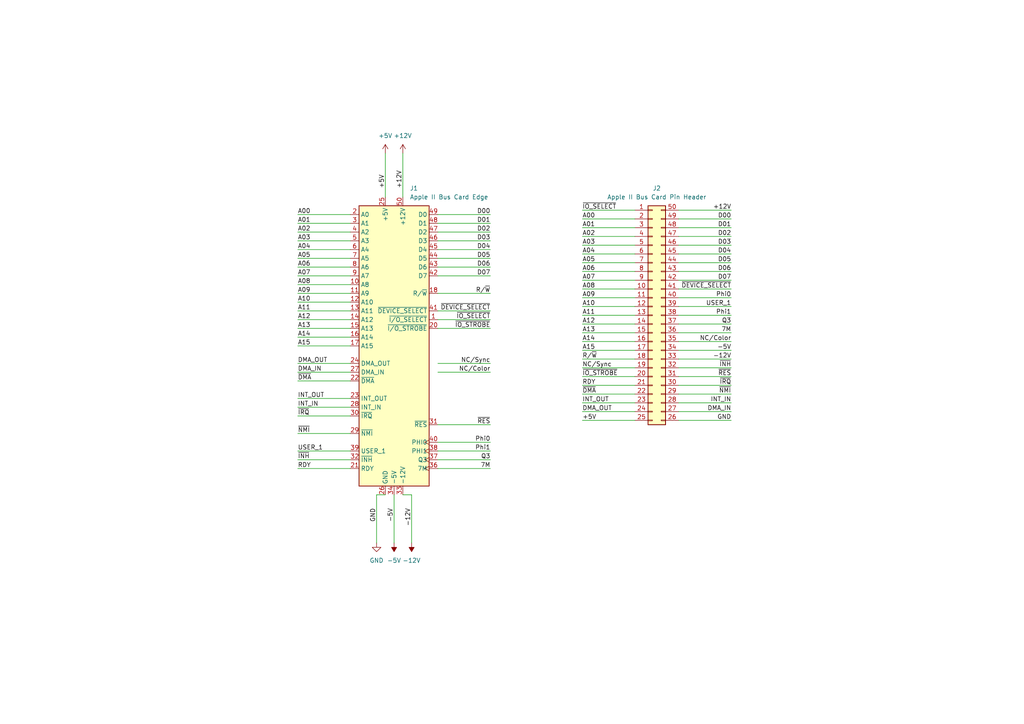
<source format=kicad_sch>
(kicad_sch (version 20211123) (generator eeschema)
  (paper "A4")
  (lib_symbols
    (symbol "Apple2:Bus_Apple_II_Card_Side"
      (property "Reference" "J" (at 7.62 41.91 0))
      (property "Value" "Bus_Apple_II_Card_Side" (at 15.24 -41.91 0))
      (symbol "Bus_Apple_II_Card_Side_0_1"
        (rectangle (start -10.16 40.64) (end 10.16 -40.64) (stroke (width 0.254)) (fill (type background)))
      )
      (symbol "Bus_Apple_II_Card_Side_1_1"
        (pin output line (at 12.7 7.62 180) (length 2.54) (name "~{I/O_SELECT}") (number "1"))
        (pin bidirectional line (at -12.7 17.78 0) (length 2.54) (name "A8") (number "10"))
        (pin bidirectional line (at -12.7 15.24 0) (length 2.54) (name "A9") (number "11"))
        (pin bidirectional line (at -12.7 12.7 0) (length 2.54) (name "A10") (number "12"))
        (pin bidirectional line (at -12.7 10.16 0) (length 2.54) (name "A11") (number "13"))
        (pin bidirectional line (at -12.7 7.62 0) (length 2.54) (name "A12") (number "14"))
        (pin bidirectional line (at -12.7 5.08 0) (length 2.54) (name "A13") (number "15"))
        (pin bidirectional line (at -12.7 2.54 0) (length 2.54) (name "A14") (number "16"))
        (pin bidirectional line (at -12.7 0 0) (length 2.54) (name "A15") (number "17"))
        (pin bidirectional line (at 12.7 15.24 180) (length 2.54) (name "R/~{W}") (number "18"))
        (pin passive line (at 12.7 -5.08 180) (length 2.54) hide (name "NC/Sync") (number "19"))
        (pin bidirectional line (at -12.7 38.1 0) (length 2.54) (name "A0") (number "2"))
        (pin output line (at 12.7 5.08 180) (length 2.54) (name "~{I/O_STROBE}") (number "20"))
        (pin input line (at -12.7 -35.56 0) (length 2.54) (name "RDY") (number "21"))
        (pin input line (at -12.7 -10.16 0) (length 2.54) (name "~{DMA}") (number "22"))
        (pin input line (at -12.7 -15.24 0) (length 2.54) (name "INT_OUT") (number "23"))
        (pin input line (at -12.7 -5.08 0) (length 2.54) (name "DMA_OUT") (number "24"))
        (pin power_out line (at -2.54 43.18 270) (length 2.54) (name "+5V") (number "25"))
        (pin power_in line (at -2.54 -43.18 90) (length 2.54) (name "GND") (number "26"))
        (pin output line (at -12.7 -7.62 0) (length 2.54) (name "DMA_IN") (number "27"))
        (pin output line (at -12.7 -17.78 0) (length 2.54) (name "INT_IN") (number "28"))
        (pin input line (at -12.7 -25.4 0) (length 2.54) (name "~{NMI}") (number "29"))
        (pin bidirectional line (at -12.7 35.56 0) (length 2.54) (name "A1") (number "3"))
        (pin input line (at -12.7 -20.32 0) (length 2.54) (name "~{IRQ}") (number "30"))
        (pin bidirectional line (at 12.7 -22.86 180) (length 2.54) (name "~{RES}") (number "31"))
        (pin input line (at -12.7 -33.02 0) (length 2.54) (name "~{INH}") (number "32"))
        (pin power_out line (at 2.54 -43.18 90) (length 2.54) (name "-12V") (number "33"))
        (pin power_out line (at 0 -43.18 90) (length 2.54) (name "-5V") (number "34"))
        (pin passive line (at 12.7 -7.62 180) (length 2.54) hide (name "NC/Color") (number "35"))
        (pin output clock (at 12.7 -35.56 180) (length 2.54) (name "7M") (number "36"))
        (pin output clock (at 12.7 -33.02 180) (length 2.54) (name "Q3") (number "37"))
        (pin output clock (at 12.7 -30.48 180) (length 2.54) (name "PHI1") (number "38"))
        (pin input line (at -12.7 -30.48 0) (length 2.54) (name "USER_1") (number "39"))
        (pin bidirectional line (at -12.7 33.02 0) (length 2.54) (name "A2") (number "4"))
        (pin output clock (at 12.7 -27.94 180) (length 2.54) (name "PHI0") (number "40"))
        (pin output line (at 12.7 10.16 180) (length 2.54) (name "~{DEVICE_SELECT}") (number "41"))
        (pin bidirectional line (at 12.7 20.32 180) (length 2.54) (name "D7") (number "42"))
        (pin bidirectional line (at 12.7 22.86 180) (length 2.54) (name "D6") (number "43"))
        (pin bidirectional line (at 12.7 25.4 180) (length 2.54) (name "D5") (number "44"))
        (pin bidirectional line (at 12.7 27.94 180) (length 2.54) (name "D4") (number "45"))
        (pin bidirectional line (at 12.7 30.48 180) (length 2.54) (name "D3") (number "46"))
        (pin bidirectional line (at 12.7 33.02 180) (length 2.54) (name "D2") (number "47"))
        (pin bidirectional line (at 12.7 35.56 180) (length 2.54) (name "D1") (number "48"))
        (pin bidirectional line (at 12.7 38.1 180) (length 2.54) (name "D0") (number "49"))
        (pin bidirectional line (at -12.7 30.48 0) (length 2.54) (name "A3") (number "5"))
        (pin power_out line (at 2.54 43.18 270) (length 2.54) (name "+12V") (number "50"))
        (pin bidirectional line (at -12.7 27.94 0) (length 2.54) (name "A4") (number "6"))
        (pin bidirectional line (at -12.7 25.4 0) (length 2.54) (name "A5") (number "7"))
        (pin bidirectional line (at -12.7 22.86 0) (length 2.54) (name "A6") (number "8"))
        (pin bidirectional line (at -12.7 20.32 0) (length 2.54) (name "A7") (number "9"))
      )
    )
    (symbol "Connector_Generic:Conn_02x25_Counter_Clockwise" (pin_names (offset 1.016) hide)
      (property "Reference" "J" (at 1.27 33.02 0))
      (property "Value" "Conn_02x25_Counter_Clockwise" (at 1.27 -33.02 0))
      (symbol "Conn_02x25_Counter_Clockwise_1_1"
        (rectangle (start -1.27 -30.353) (end 0 -30.607) (stroke (width 0.1524)))
        (rectangle (start -1.27 -27.813) (end 0 -28.067) (stroke (width 0.1524)))
        (rectangle (start -1.27 -25.273) (end 0 -25.527) (stroke (width 0.1524)))
        (rectangle (start -1.27 -22.733) (end 0 -22.987) (stroke (width 0.1524)))
        (rectangle (start -1.27 -20.193) (end 0 -20.447) (stroke (width 0.1524)))
        (rectangle (start -1.27 -17.653) (end 0 -17.907) (stroke (width 0.1524)))
        (rectangle (start -1.27 -15.113) (end 0 -15.367) (stroke (width 0.1524)))
        (rectangle (start -1.27 -12.573) (end 0 -12.827) (stroke (width 0.1524)))
        (rectangle (start -1.27 -10.033) (end 0 -10.287) (stroke (width 0.1524)))
        (rectangle (start -1.27 -7.493) (end 0 -7.747) (stroke (width 0.1524)))
        (rectangle (start -1.27 -4.953) (end 0 -5.207) (stroke (width 0.1524)))
        (rectangle (start -1.27 -2.413) (end 0 -2.667) (stroke (width 0.1524)))
        (rectangle (start -1.27 0.127) (end 0 -0.127) (stroke (width 0.1524)))
        (rectangle (start -1.27 2.667) (end 0 2.413) (stroke (width 0.1524)))
        (rectangle (start -1.27 5.207) (end 0 4.953) (stroke (width 0.1524)))
        (rectangle (start -1.27 7.747) (end 0 7.493) (stroke (width 0.1524)))
        (rectangle (start -1.27 10.287) (end 0 10.033) (stroke (width 0.1524)))
        (rectangle (start -1.27 12.827) (end 0 12.573) (stroke (width 0.1524)))
        (rectangle (start -1.27 15.367) (end 0 15.113) (stroke (width 0.1524)))
        (rectangle (start -1.27 17.907) (end 0 17.653) (stroke (width 0.1524)))
        (rectangle (start -1.27 20.447) (end 0 20.193) (stroke (width 0.1524)))
        (rectangle (start -1.27 22.987) (end 0 22.733) (stroke (width 0.1524)))
        (rectangle (start -1.27 25.527) (end 0 25.273) (stroke (width 0.1524)))
        (rectangle (start -1.27 28.067) (end 0 27.813) (stroke (width 0.1524)))
        (rectangle (start -1.27 30.607) (end 0 30.353) (stroke (width 0.1524)))
        (rectangle (start -1.27 31.75) (end 3.81 -31.75) (stroke (width 0.254)) (fill (type background)))
        (rectangle (start 3.81 -30.353) (end 2.54 -30.607) (stroke (width 0.1524)))
        (rectangle (start 3.81 -27.813) (end 2.54 -28.067) (stroke (width 0.1524)))
        (rectangle (start 3.81 -25.273) (end 2.54 -25.527) (stroke (width 0.1524)))
        (rectangle (start 3.81 -22.733) (end 2.54 -22.987) (stroke (width 0.1524)))
        (rectangle (start 3.81 -20.193) (end 2.54 -20.447) (stroke (width 0.1524)))
        (rectangle (start 3.81 -17.653) (end 2.54 -17.907) (stroke (width 0.1524)))
        (rectangle (start 3.81 -15.113) (end 2.54 -15.367) (stroke (width 0.1524)))
        (rectangle (start 3.81 -12.573) (end 2.54 -12.827) (stroke (width 0.1524)))
        (rectangle (start 3.81 -10.033) (end 2.54 -10.287) (stroke (width 0.1524)))
        (rectangle (start 3.81 -7.493) (end 2.54 -7.747) (stroke (width 0.1524)))
        (rectangle (start 3.81 -4.953) (end 2.54 -5.207) (stroke (width 0.1524)))
        (rectangle (start 3.81 -2.413) (end 2.54 -2.667) (stroke (width 0.1524)))
        (rectangle (start 3.81 0.127) (end 2.54 -0.127) (stroke (width 0.1524)))
        (rectangle (start 3.81 2.667) (end 2.54 2.413) (stroke (width 0.1524)))
        (rectangle (start 3.81 5.207) (end 2.54 4.953) (stroke (width 0.1524)))
        (rectangle (start 3.81 7.747) (end 2.54 7.493) (stroke (width 0.1524)))
        (rectangle (start 3.81 10.287) (end 2.54 10.033) (stroke (width 0.1524)))
        (rectangle (start 3.81 12.827) (end 2.54 12.573) (stroke (width 0.1524)))
        (rectangle (start 3.81 15.367) (end 2.54 15.113) (stroke (width 0.1524)))
        (rectangle (start 3.81 17.907) (end 2.54 17.653) (stroke (width 0.1524)))
        (rectangle (start 3.81 20.447) (end 2.54 20.193) (stroke (width 0.1524)))
        (rectangle (start 3.81 22.987) (end 2.54 22.733) (stroke (width 0.1524)))
        (rectangle (start 3.81 25.527) (end 2.54 25.273) (stroke (width 0.1524)))
        (rectangle (start 3.81 28.067) (end 2.54 27.813) (stroke (width 0.1524)))
        (rectangle (start 3.81 30.607) (end 2.54 30.353) (stroke (width 0.1524)))
        (pin passive line (at -5.08 30.48 0) (length 3.81) (name "Pin_1") (number "1"))
        (pin passive line (at -5.08 7.62 0) (length 3.81) (name "Pin_10") (number "10"))
        (pin passive line (at -5.08 5.08 0) (length 3.81) (name "Pin_11") (number "11"))
        (pin passive line (at -5.08 2.54 0) (length 3.81) (name "Pin_12") (number "12"))
        (pin passive line (at -5.08 0 0) (length 3.81) (name "Pin_13") (number "13"))
        (pin passive line (at -5.08 -2.54 0) (length 3.81) (name "Pin_14") (number "14"))
        (pin passive line (at -5.08 -5.08 0) (length 3.81) (name "Pin_15") (number "15"))
        (pin passive line (at -5.08 -7.62 0) (length 3.81) (name "Pin_16") (number "16"))
        (pin passive line (at -5.08 -10.16 0) (length 3.81) (name "Pin_17") (number "17"))
        (pin passive line (at -5.08 -12.7 0) (length 3.81) (name "Pin_18") (number "18"))
        (pin passive line (at -5.08 -15.24 0) (length 3.81) (name "Pin_19") (number "19"))
        (pin passive line (at -5.08 27.94 0) (length 3.81) (name "Pin_2") (number "2"))
        (pin passive line (at -5.08 -17.78 0) (length 3.81) (name "Pin_20") (number "20"))
        (pin passive line (at -5.08 -20.32 0) (length 3.81) (name "Pin_21") (number "21"))
        (pin passive line (at -5.08 -22.86 0) (length 3.81) (name "Pin_22") (number "22"))
        (pin passive line (at -5.08 -25.4 0) (length 3.81) (name "Pin_23") (number "23"))
        (pin passive line (at -5.08 -27.94 0) (length 3.81) (name "Pin_24") (number "24"))
        (pin passive line (at -5.08 -30.48 0) (length 3.81) (name "Pin_25") (number "25"))
        (pin passive line (at 7.62 -30.48 180) (length 3.81) (name "Pin_26") (number "26"))
        (pin passive line (at 7.62 -27.94 180) (length 3.81) (name "Pin_27") (number "27"))
        (pin passive line (at 7.62 -25.4 180) (length 3.81) (name "Pin_28") (number "28"))
        (pin passive line (at 7.62 -22.86 180) (length 3.81) (name "Pin_29") (number "29"))
        (pin passive line (at -5.08 25.4 0) (length 3.81) (name "Pin_3") (number "3"))
        (pin passive line (at 7.62 -20.32 180) (length 3.81) (name "Pin_30") (number "30"))
        (pin passive line (at 7.62 -17.78 180) (length 3.81) (name "Pin_31") (number "31"))
        (pin passive line (at 7.62 -15.24 180) (length 3.81) (name "Pin_32") (number "32"))
        (pin passive line (at 7.62 -12.7 180) (length 3.81) (name "Pin_33") (number "33"))
        (pin passive line (at 7.62 -10.16 180) (length 3.81) (name "Pin_34") (number "34"))
        (pin passive line (at 7.62 -7.62 180) (length 3.81) (name "Pin_35") (number "35"))
        (pin passive line (at 7.62 -5.08 180) (length 3.81) (name "Pin_36") (number "36"))
        (pin passive line (at 7.62 -2.54 180) (length 3.81) (name "Pin_37") (number "37"))
        (pin passive line (at 7.62 0 180) (length 3.81) (name "Pin_38") (number "38"))
        (pin passive line (at 7.62 2.54 180) (length 3.81) (name "Pin_39") (number "39"))
        (pin passive line (at -5.08 22.86 0) (length 3.81) (name "Pin_4") (number "4"))
        (pin passive line (at 7.62 5.08 180) (length 3.81) (name "Pin_40") (number "40"))
        (pin passive line (at 7.62 7.62 180) (length 3.81) (name "Pin_41") (number "41"))
        (pin passive line (at 7.62 10.16 180) (length 3.81) (name "Pin_42") (number "42"))
        (pin passive line (at 7.62 12.7 180) (length 3.81) (name "Pin_43") (number "43"))
        (pin passive line (at 7.62 15.24 180) (length 3.81) (name "Pin_44") (number "44"))
        (pin passive line (at 7.62 17.78 180) (length 3.81) (name "Pin_45") (number "45"))
        (pin passive line (at 7.62 20.32 180) (length 3.81) (name "Pin_46") (number "46"))
        (pin passive line (at 7.62 22.86 180) (length 3.81) (name "Pin_47") (number "47"))
        (pin passive line (at 7.62 25.4 180) (length 3.81) (name "Pin_48") (number "48"))
        (pin passive line (at 7.62 27.94 180) (length 3.81) (name "Pin_49") (number "49"))
        (pin passive line (at -5.08 20.32 0) (length 3.81) (name "Pin_5") (number "5"))
        (pin passive line (at 7.62 30.48 180) (length 3.81) (name "Pin_50") (number "50"))
        (pin passive line (at -5.08 17.78 0) (length 3.81) (name "Pin_6") (number "6"))
        (pin passive line (at -5.08 15.24 0) (length 3.81) (name "Pin_7") (number "7"))
        (pin passive line (at -5.08 12.7 0) (length 3.81) (name "Pin_8") (number "8"))
        (pin passive line (at -5.08 10.16 0) (length 3.81) (name "Pin_9") (number "9"))
      )
    )
    (symbol "power:+12V" (power) (pin_names (offset 0))
      (property "Value" "+12V" (at 0 3.556 0))
      (symbol "+12V_0_1"
        (polyline (pts (xy -0.762 1.27) (xy 0 2.54)))
        (polyline (pts (xy 0 0) (xy 0 2.54)))
        (polyline (pts (xy 0 2.54) (xy 0.762 1.27)))
      )
      (symbol "+12V_1_1"
        (pin power_in line (at 0 0 90) (length 0) hide (name "+12V") (number "1"))
      )
    )
    (symbol "power:+5V" (power) (pin_names (offset 0))
      (property "Value" "+5V" (at 0 3.556 0))
      (symbol "+5V_0_1"
        (polyline (pts (xy -0.762 1.27) (xy 0 2.54)))
        (polyline (pts (xy 0 0) (xy 0 2.54)))
        (polyline (pts (xy 0 2.54) (xy 0.762 1.27)))
      )
      (symbol "+5V_1_1"
        (pin power_in line (at 0 0 90) (length 0) hide (name "+5V") (number "1"))
      )
    )
    (symbol "power:-12V" (power) (pin_names (offset 0))
      (property "Value" "-12V" (at 0 3.81 0))
      (symbol "-12V_0_0"
        (pin power_in line (at 0 0 90) (length 0) hide (name "-12V") (number "1"))
      )
      (symbol "-12V_0_1"
        (polyline (pts (xy 0 0) (xy 0 1.27) (xy 0.762 1.27) (xy 0 2.54) (xy -0.762 1.27) (xy 0 1.27)) (fill (type outline)))
      )
    )
    (symbol "power:-5V" (power) (pin_names (offset 0))
      (property "Value" "-5V" (at 0 3.81 0))
      (symbol "-5V_0_0"
        (pin power_in line (at 0 0 90) (length 0) hide (name "-5V") (number "1"))
      )
      (symbol "-5V_0_1"
        (polyline (pts (xy 0 0) (xy 0 1.27) (xy 0.762 1.27) (xy 0 2.54) (xy -0.762 1.27) (xy 0 1.27)) (fill (type outline)))
      )
    )
    (symbol "power:GND" (power) (pin_names (offset 0))
      (property "Value" "GND" (at 0 -3.81 0))
      (symbol "GND_0_1"
        (polyline (pts (xy 0 0) (xy 0 -1.27) (xy 1.27 -1.27) (xy 0 -2.54) (xy -1.27 -1.27) (xy 0 -1.27)))
      )
      (symbol "GND_1_1"
        (pin power_in line (at 0 0 270) (length 0) hide (name "GND") (number "1"))
      )
    )
  )
  (wire (pts (xy 196.85 78.74) (xy 212.09 78.74)))
  (wire (pts (xy 196.85 68.58) (xy 212.09 68.58)))
  (wire (pts (xy 127 95.25) (xy 142.24 95.25)))
  (wire (pts (xy 168.91 93.98) (xy 184.15 93.98)))
  (wire (pts (xy 86.36 95.25) (xy 101.6 95.25)))
  (wire (pts (xy 127 77.47) (xy 142.24 77.47)))
  (wire (pts (xy 196.85 60.96) (xy 212.09 60.96)))
  (wire (pts (xy 116.84 143.51) (xy 119.38 143.51)))
  (wire (pts (xy 196.85 93.98) (xy 212.09 93.98)))
  (wire (pts (xy 127 67.31) (xy 142.24 67.31)))
  (wire (pts (xy 168.91 91.44) (xy 184.15 91.44)))
  (wire (pts (xy 196.85 76.2) (xy 212.09 76.2)))
  (wire (pts (xy 86.36 80.01) (xy 101.6 80.01)))
  (wire (pts (xy 196.85 106.68) (xy 212.09 106.68)))
  (wire (pts (xy 168.91 78.74) (xy 184.15 78.74)))
  (wire (pts (xy 86.36 77.47) (xy 101.6 77.47)))
  (wire (pts (xy 109.22 143.51) (xy 109.22 157.48)))
  (wire (pts (xy 111.76 44.45) (xy 111.76 57.15)))
  (wire (pts (xy 86.36 135.89) (xy 101.6 135.89)))
  (wire (pts (xy 119.38 143.51) (xy 119.38 157.48)))
  (wire (pts (xy 86.36 107.95) (xy 101.6 107.95)))
  (wire (pts (xy 196.85 99.06) (xy 212.09 99.06)))
  (wire (pts (xy 196.85 86.36) (xy 212.09 86.36)))
  (wire (pts (xy 114.3 143.51) (xy 114.3 157.48)))
  (wire (pts (xy 168.91 68.58) (xy 184.15 68.58)))
  (wire (pts (xy 196.85 63.5) (xy 212.09 63.5)))
  (wire (pts (xy 127 64.77) (xy 142.24 64.77)))
  (wire (pts (xy 196.85 119.38) (xy 212.09 119.38)))
  (wire (pts (xy 168.91 119.38) (xy 184.15 119.38)))
  (wire (pts (xy 86.36 62.23) (xy 101.6 62.23)))
  (wire (pts (xy 196.85 96.52) (xy 212.09 96.52)))
  (wire (pts (xy 86.36 118.11) (xy 101.6 118.11)))
  (wire (pts (xy 196.85 83.82) (xy 212.09 83.82)))
  (wire (pts (xy 168.91 60.96) (xy 184.15 60.96)))
  (wire (pts (xy 127 74.93) (xy 142.24 74.93)))
  (wire (pts (xy 196.85 101.6) (xy 212.09 101.6)))
  (wire (pts (xy 86.36 67.31) (xy 101.6 67.31)))
  (wire (pts (xy 127 80.01) (xy 142.24 80.01)))
  (wire (pts (xy 86.36 64.77) (xy 101.6 64.77)))
  (wire (pts (xy 168.91 81.28) (xy 184.15 81.28)))
  (wire (pts (xy 127 69.85) (xy 142.24 69.85)))
  (wire (pts (xy 168.91 71.12) (xy 184.15 71.12)))
  (wire (pts (xy 127 123.19) (xy 142.24 123.19)))
  (wire (pts (xy 86.36 125.73) (xy 101.6 125.73)))
  (wire (pts (xy 86.36 105.41) (xy 101.6 105.41)))
  (wire (pts (xy 86.36 97.79) (xy 101.6 97.79)))
  (wire (pts (xy 86.36 100.33) (xy 101.6 100.33)))
  (wire (pts (xy 86.36 130.81) (xy 101.6 130.81)))
  (wire (pts (xy 86.36 85.09) (xy 101.6 85.09)))
  (wire (pts (xy 196.85 121.92) (xy 212.09 121.92)))
  (wire (pts (xy 127 90.17) (xy 142.24 90.17)))
  (wire (pts (xy 196.85 111.76) (xy 212.09 111.76)))
  (wire (pts (xy 196.85 104.14) (xy 212.09 104.14)))
  (wire (pts (xy 127 105.41) (xy 142.24 105.41)))
  (wire (pts (xy 196.85 88.9) (xy 212.09 88.9)))
  (wire (pts (xy 86.36 110.49) (xy 101.6 110.49)))
  (wire (pts (xy 168.91 106.68) (xy 184.15 106.68)))
  (wire (pts (xy 168.91 116.84) (xy 184.15 116.84)))
  (wire (pts (xy 111.76 143.51) (xy 109.22 143.51)))
  (wire (pts (xy 127 135.89) (xy 142.24 135.89)))
  (wire (pts (xy 127 107.95) (xy 142.24 107.95)))
  (wire (pts (xy 196.85 114.3) (xy 212.09 114.3)))
  (wire (pts (xy 86.36 74.93) (xy 101.6 74.93)))
  (wire (pts (xy 196.85 116.84) (xy 212.09 116.84)))
  (wire (pts (xy 86.36 87.63) (xy 101.6 87.63)))
  (wire (pts (xy 86.36 82.55) (xy 101.6 82.55)))
  (wire (pts (xy 196.85 73.66) (xy 212.09 73.66)))
  (wire (pts (xy 168.91 99.06) (xy 184.15 99.06)))
  (wire (pts (xy 168.91 111.76) (xy 184.15 111.76)))
  (wire (pts (xy 116.84 44.45) (xy 116.84 57.15)))
  (wire (pts (xy 168.91 88.9) (xy 184.15 88.9)))
  (wire (pts (xy 86.36 92.71) (xy 101.6 92.71)))
  (wire (pts (xy 127 92.71) (xy 142.24 92.71)))
  (wire (pts (xy 168.91 121.92) (xy 184.15 121.92)))
  (wire (pts (xy 86.36 72.39) (xy 101.6 72.39)))
  (wire (pts (xy 86.36 69.85) (xy 101.6 69.85)))
  (wire (pts (xy 168.91 96.52) (xy 184.15 96.52)))
  (wire (pts (xy 168.91 86.36) (xy 184.15 86.36)))
  (wire (pts (xy 168.91 73.66) (xy 184.15 73.66)))
  (wire (pts (xy 168.91 66.04) (xy 184.15 66.04)))
  (wire (pts (xy 168.91 101.6) (xy 184.15 101.6)))
  (wire (pts (xy 127 85.09) (xy 142.24 85.09)))
  (wire (pts (xy 86.36 90.17) (xy 101.6 90.17)))
  (wire (pts (xy 168.91 63.5) (xy 184.15 63.5)))
  (wire (pts (xy 86.36 133.35) (xy 101.6 133.35)))
  (wire (pts (xy 168.91 104.14) (xy 184.15 104.14)))
  (wire (pts (xy 127 130.81) (xy 142.24 130.81)))
  (wire (pts (xy 168.91 83.82) (xy 184.15 83.82)))
  (wire (pts (xy 86.36 115.57) (xy 101.6 115.57)))
  (wire (pts (xy 196.85 91.44) (xy 212.09 91.44)))
  (wire (pts (xy 168.91 109.22) (xy 184.15 109.22)))
  (wire (pts (xy 196.85 109.22) (xy 212.09 109.22)))
  (wire (pts (xy 168.91 76.2) (xy 184.15 76.2)))
  (wire (pts (xy 196.85 71.12) (xy 212.09 71.12)))
  (wire (pts (xy 127 72.39) (xy 142.24 72.39)))
  (wire (pts (xy 127 62.23) (xy 142.24 62.23)))
  (wire (pts (xy 86.36 120.65) (xy 101.6 120.65)))
  (wire (pts (xy 168.91 114.3) (xy 184.15 114.3)))
  (wire (pts (xy 127 128.27) (xy 142.24 128.27)))
  (wire (pts (xy 196.85 81.28) (xy 212.09 81.28)))
  (wire (pts (xy 196.85 66.04) (xy 212.09 66.04)))
  (wire (pts (xy 127 133.35) (xy 142.24 133.35)))
  (label "GND" (at 109.22 147.32 270))
  (label "D05" (at 142.24 74.93 180))
  (label "A11" (at 168.91 91.44 0))
  (label "~{INH}" (at 212.09 106.68 180))
  (label "A06" (at 86.36 77.47 0))
  (label "Phi0" (at 142.24 128.27 180))
  (label "A08" (at 86.36 82.55 0))
  (label "INT_OUT" (at 168.91 116.84 0))
  (label "A02" (at 86.36 67.31 0))
  (label "A09" (at 168.91 86.36 0))
  (label "-5V" (at 212.09 101.6 180))
  (label "DMA_IN" (at 86.36 107.95 0))
  (label "~{RES}" (at 212.09 109.22 180))
  (label "D04" (at 142.24 72.39 180))
  (label "A06" (at 168.91 78.74 0))
  (label "R{slash}~{W}" (at 142.24 85.09 180))
  (label "A05" (at 86.36 74.93 0))
  (label "A15" (at 86.36 100.33 0))
  (label "~{IO_STROBE}" (at 142.24 95.25 180))
  (label "~{DEVICE_SELECT}" (at 212.09 83.82 180))
  (label "NC{slash}Color" (at 212.09 99.06 180))
  (label "RDY" (at 168.91 111.76 0))
  (label "D07" (at 142.24 80.01 180))
  (label "NC{slash}Sync" (at 168.91 106.68 0))
  (label "D00" (at 212.09 63.5 180))
  (label "NC{slash}Sync" (at 142.24 105.41 180))
  (label "+12V" (at 212.09 60.96 180))
  (label "DMA_OUT" (at 86.36 105.41 0))
  (label "-12V" (at 212.09 104.14 180))
  (label "A14" (at 168.91 99.06 0))
  (label "A07" (at 168.91 81.28 0))
  (label "D02" (at 142.24 67.31 180))
  (label "~{NMI}" (at 212.09 114.3 180))
  (label "R{slash}~{W}" (at 168.91 104.14 0))
  (label "USER_1" (at 212.09 88.9 180))
  (label "D01" (at 142.24 64.77 180))
  (label "A08" (at 168.91 83.82 0))
  (label "~{IO_STROBE}" (at 168.91 109.22 0))
  (label "GND" (at 212.09 121.92 180))
  (label "D00" (at 142.24 62.23 180))
  (label "D06" (at 142.24 77.47 180))
  (label "D03" (at 212.09 71.12 180))
  (label "A10" (at 168.91 88.9 0))
  (label "USER_1" (at 86.36 130.81 0))
  (label "7M" (at 212.09 96.52 180))
  (label "~{DMA}" (at 168.91 114.3 0))
  (label "+12V" (at 116.84 54.61 90))
  (label "A14" (at 86.36 97.79 0))
  (label "INT_OUT" (at 86.36 115.57 0))
  (label "+5V" (at 111.76 54.61 90))
  (label "~{DEVICE_SELECT}" (at 142.24 90.17 180))
  (label "-12V" (at 119.38 147.32 270))
  (label "A04" (at 86.36 72.39 0))
  (label "A02" (at 168.91 68.58 0))
  (label "~{IO_SELECT}" (at 142.24 92.71 180))
  (label "DMA_OUT" (at 168.91 119.38 0))
  (label "NC{slash}Color" (at 142.24 107.95 180))
  (label "D03" (at 142.24 69.85 180))
  (label "A11" (at 86.36 90.17 0))
  (label "A03" (at 86.36 69.85 0))
  (label "RDY" (at 86.36 135.89 0))
  (label "~{NMI}" (at 86.36 125.73 0))
  (label "A13" (at 86.36 95.25 0))
  (label "D05" (at 212.09 76.2 180))
  (label "D04" (at 212.09 73.66 180))
  (label "A01" (at 168.91 66.04 0))
  (label "~{DMA}" (at 86.36 110.49 0))
  (label "~{IRQ}" (at 212.09 111.76 180))
  (label "A00" (at 168.91 63.5 0))
  (label "D06" (at 212.09 78.74 180))
  (label "D01" (at 212.09 66.04 180))
  (label "D02" (at 212.09 68.58 180))
  (label "A15" (at 168.91 101.6 0))
  (label "-5V" (at 114.3 147.32 270))
  (label "A09" (at 86.36 85.09 0))
  (label "A13" (at 168.91 96.52 0))
  (label "A07" (at 86.36 80.01 0))
  (label "Phi1" (at 212.09 91.44 180))
  (label "7M" (at 142.24 135.89 180))
  (label "~{IRQ}" (at 86.36 120.65 0))
  (label "Phi1" (at 142.24 130.81 180))
  (label "A12" (at 86.36 92.71 0))
  (label "A12" (at 168.91 93.98 0))
  (label "Q3" (at 142.24 133.35 180))
  (label "A10" (at 86.36 87.63 0))
  (label "D07" (at 212.09 81.28 180))
  (label "+5V" (at 168.91 121.92 0))
  (label "A05" (at 168.91 76.2 0))
  (label "A01" (at 86.36 64.77 0))
  (label "Phi0" (at 212.09 86.36 180))
  (label "~{IO_SELECT}" (at 168.91 60.96 0))
  (label "Q3" (at 212.09 93.98 180))
  (label "~{RES}" (at 142.24 123.19 180))
  (label "A04" (at 168.91 73.66 0))
  (label "~{INH}" (at 86.36 133.35 0))
  (label "A00" (at 86.36 62.23 0))
  (label "DMA_IN" (at 212.09 119.38 180))
  (label "INT_IN" (at 86.36 118.11 0))
  (label "INT_IN" (at 212.09 116.84 180))
  (label "A03" (at 168.91 71.12 0))
  (symbol (lib_id "power:+12V") (at 116.84 44.45 0) (unit 1)
    (property "Reference" "#PWR0102" (effects hide))
    (property "Value" "+12V" (at 116.84 39.37 0))
  )
  (symbol (lib_id "power:-12V") (at 119.38 157.48 180) (unit 1)
    (property "Reference" "#PWR0104" (effects hide))
    (property "Value" "-12V" (at 119.38 162.56 0))
  )
  (symbol (lib_id "power:-5V") (at 114.3 157.48 180) (unit 1)
    (property "Reference" "#PWR0103" (effects hide))
    (property "Value" "-5V" (at 114.3 162.56 0))
  )
  (symbol (lib_id "power:GND") (at 109.22 157.48 0) (unit 1)
    (property "Reference" "#PWR0105" (effects hide))
    (property "Value" "GND" (at 109.22 162.56 0))
  )
  (symbol (lib_id "power:+5V") (at 111.76 44.45 0) (unit 1)
    (property "Reference" "#PWR0101" (effects hide))
    (property "Value" "+5V" (at 111.76 39.37 0))
  )
  (symbol (lib_id "Apple2:Bus_Apple_II_Card_Side") (at 114.3 100.33 0) (unit 1)
    (property "Reference" "J1" (at 118.8594 54.61 0) (effects (justify left)))
    (property "Value" "Apple II Bus Card Edge" (at 118.8594 57.15 0) (effects (justify left)))
    (property "Footprint" "Apple2:Bus_Apple_II_Card" (effects hide))
    (property "Datasheet" "https://archive.org/details/Apple_II_Mini_Manual/page/n37/mode/2up" (effects hide))
  )
  (symbol (lib_id "Connector_Generic:Conn_02x25_Counter_Clockwise") (at 189.23 91.44 0) (unit 1)
    (property "Reference" "J2" (at 190.5 54.61 0))
    (property "Value" "Apple II Bus Card Pin Header" (at 190.5 57.15 0))
    (property "Footprint" "Apple2:PinHeader_2x25_P2.54mm_Vertical" (effects hide))
  )
)
</source>
